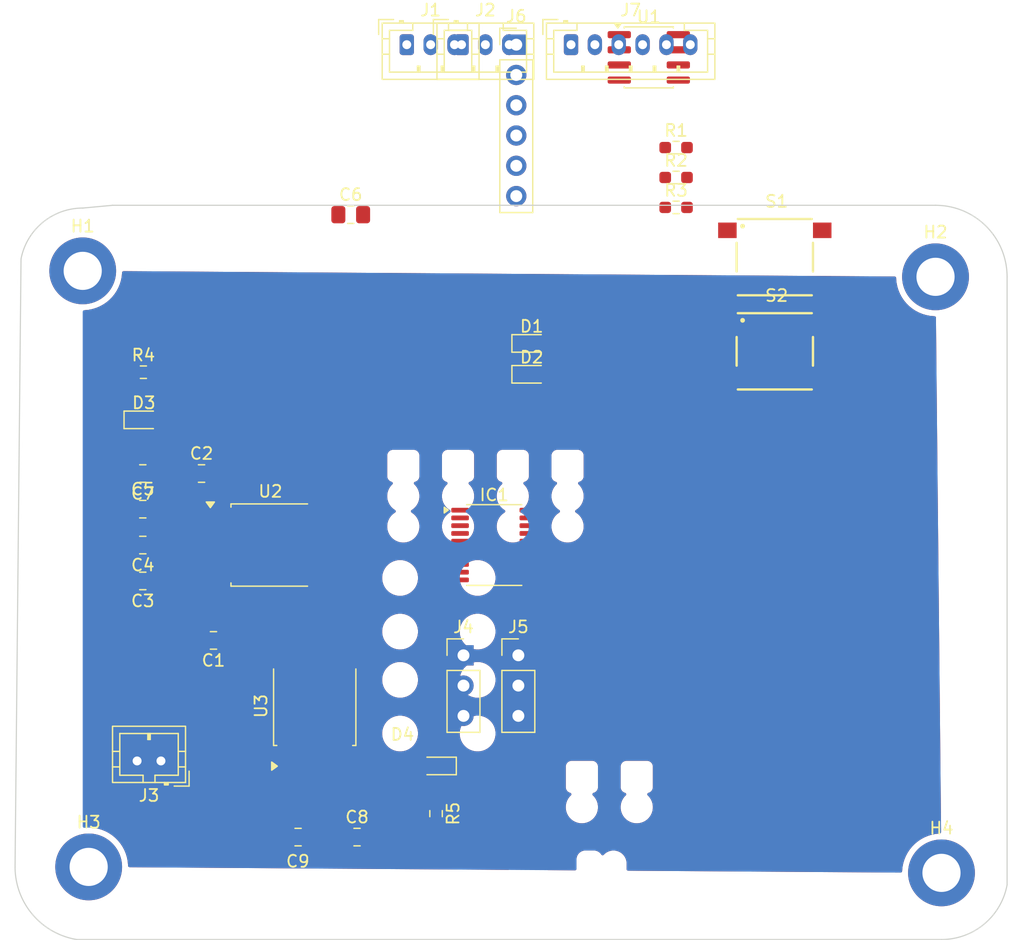
<source format=kicad_pcb>
(kicad_pcb (version 20241229) (generator "pcbnew") (generator_version "9.0")
  (layers (0 "F.Cu" signal) (2 "B.Cu" signal) (13 "F.Paste" user) (15 "B.Paste" user) (5 "F.SilkS" user "F.Silkscreen") (7 "B.SilkS" user "B.Silkscreen") (1 "F.Mask" user) (3 "B.Mask" user) (25 "Edge.Cuts" user))
  (net 0 "")
  (net 1 "ALIM_Trans")
  (net 2 "GND")
  (net 3 "VDD{slash}VDDA")
  (net 4 "NRST")
  (net 5 "Green_LED")
  (net 6 "Net-(D1-K)")
  (net 7 "LED_MOTEUR")
  (net 8 "Net-(D2-K)")
  (net 9 "Net-(D3-K)")
  (net 10 "Net-(D4-K)")
  (net 12 "TIM2_CH2")
  (net 13 "DEBUG_SWDIO")
  (net 16 "FDCAN1_RX")
  (net 19 "FDCAN1_TX")
  (net 20 "D_Botton")
  (net 21 "TIM2_CH1")
  (net 23 "DEBUG_SWCLK")
  (net 26 "CANH")
  (net 27 "CANL")
  (net 29 "Alim")
  (footprint "Resistor_SMD:R_0603_1608Metric_Pad0.98x0.95mm_HandSolder" (layer "F.Cu") (at 122.0875 73)
    (property "Reference" "R4" (at 0 -1.43 0) (layer "F.SilkS"))
    (property "Value" "330")
    (fp_line (start -0.254724 -0.5225) (end 0.254724 -0.5225) (stroke (width 0.12)) (layer "F.SilkS"))
    (fp_line (start -0.254724 0.5225) (end 0.254724 0.5225) (stroke (width 0.12)) (layer "F.SilkS"))
    (pad "1" smd roundrect (at -0.9125 0) (size 0.975 0.95) (layers "F.Cu" "F.Mask" "F.Paste") (net 9 "Net-(D3-K)"))
    (pad "2" smd roundrect (at 0.9125 0) (size 0.975 0.95) (layers "F.Cu" "F.Mask" "F.Paste") (net 2 "GND"))
  )
  (footprint "MountingHole:MountingHole_3.2mm_M3_DIN965_Pad" (layer "F.Cu") (at 117 64.5)
    (property "Reference" "H1" (at 0 -3.75 0) (layer "F.SilkS"))
    (property "Value" "MountingHole_Pad")
    (pad "1" thru_hole circle (at 0 0) (size 5.6 5.6) (drill 3.2) (layers "*.Cu" "*.Mask") (net 2 "GND"))
  )
  (footprint "Resistor_SMD:R_0603_1608Metric_Pad0.98x0.95mm_HandSolder" (layer "F.Cu") (at 166.75 54.1575)
    (property "Reference" "R1" (at 0 -1.43 0) (layer "F.SilkS"))
    (property "Value" "330")
    (fp_line (start -0.254724 -0.5225) (end 0.254724 -0.5225) (stroke (width 0.12)) (layer "F.SilkS"))
    (fp_line (start -0.254724 0.5225) (end 0.254724 0.5225) (stroke (width 0.12)) (layer "F.SilkS"))
    (pad "1" smd roundrect (at -0.9125 0) (size 0.975 0.95) (layers "F.Cu" "F.Mask" "F.Paste") (net 6 "Net-(D1-K)"))
    (pad "2" smd roundrect (at 0.9125 0) (size 0.975 0.95) (layers "F.Cu" "F.Mask" "F.Paste") (net 2 "GND"))
  )
  (footprint "Capacitor_SMD:C_0805_2012Metric_Pad1.18x1.45mm_HandSolder" (layer "F.Cu") (at 126.9625 81.5)
    (property "Reference" "C2" (at 0 -1.68 0) (layer "F.SilkS"))
    (property "Value" "10µF")
    (fp_line (start -0.261252 -0.735) (end 0.261252 -0.735) (stroke (width 0.12)) (layer "F.SilkS"))
    (fp_line (start -0.261252 0.735) (end 0.261252 0.735) (stroke (width 0.12)) (layer "F.SilkS"))
    (pad "1" smd roundrect (at -1.0375 0) (size 1.175 1.45) (layers "F.Cu" "F.Mask" "F.Paste") (roundrect_rratio 0.212766) (net 3 "VDD{slash}VDDA"))
    (pad "2" smd roundrect (at 1.0375 0) (size 1.175 1.45) (layers "F.Cu" "F.Mask" "F.Paste") (roundrect_rratio 0.212766) (net 2 "GND"))
  )
  (footprint "projo:430182043816" (layer "F.Cu") (at 175.025 71.25)
    (property "Reference" "S2" (at 0.153 -4.6759 0) (layer "F.SilkS"))
    (property "Value" "430182043816")
    (fp_line (start -3.2 -1.2) (end -3.2 1.2) (stroke (width 0.2)) (layer "F.SilkS"))
    (fp_line (start -3.1 -3.2) (end 3.1 -3.2) (stroke (width 0.2)) (layer "F.SilkS"))
    (fp_line (start 3.1 3.2) (end -3.1 3.2) (stroke (width 0.2)) (layer "F.SilkS"))
    (fp_line (start 3.2 1.2) (end 3.2 -1.2) (stroke (width 0.2)) (layer "F.SilkS"))
    (fp_circle (center -2.7 -2.6) (end -2.6 -2.6) (stroke (width 0.2)) (fill no) (layer "F.SilkS"))
    (pad "1" smd rect (at -3.975 -2.25) (size 1.55 1.3) (layers "F.Cu" "F.Mask" "F.Paste") (net 20 "D_Botton"))
    (pad "2" smd rect (at -3.975 2.25) (size 1.55 1.3) (layers "F.Cu" "F.Mask" "F.Paste"))
    (pad "3" smd rect (at 3.975 -2.25) (size 1.55 1.3) (layers "F.Cu" "F.Mask" "F.Paste"))
    (pad "4" smd rect (at 3.975 2.25) (size 1.55 1.3) (layers "F.Cu" "F.Mask" "F.Paste") (net 2 "GND"))
  )
  (footprint "Capacitor_SMD:C_0805_2012Metric_Pad1.18x1.45mm_HandSolder" (layer "F.Cu") (at 127.9625 95.5 180)
    (property "Reference" "C1" (at 0 -1.68 0) (layer "F.SilkS"))
    (property "Value" "10µF")
    (fp_line (start -0.261252 0.735) (end 0.261252 0.735) (stroke (width 0.12)) (layer "F.SilkS"))
    (fp_line (start -0.261252 -0.735) (end 0.261252 -0.735) (stroke (width 0.12)) (layer "F.SilkS"))
    (pad "1" smd roundrect (at -1.0375 0 180) (size 1.175 1.45) (layers "F.Cu" "F.Mask" "F.Paste") (roundrect_rratio 0.212766) (net 29 "Alim"))
    (pad "2" smd roundrect (at 1.0375 0 180) (size 1.175 1.45) (layers "F.Cu" "F.Mask" "F.Paste") (roundrect_rratio 0.212766) (net 2 "GND"))
  )
  (footprint "Resistor_SMD:R_0603_1608Metric_Pad0.98x0.95mm_HandSolder" (layer "F.Cu") (at 166.75 56.6675)
    (property "Reference" "R2" (at 0 -1.43 0) (layer "F.SilkS"))
    (property "Value" "100")
    (fp_line (start -0.254724 -0.5225) (end 0.254724 -0.5225) (stroke (width 0.12)) (layer "F.SilkS"))
    (fp_line (start -0.254724 0.5225) (end 0.254724 0.5225) (stroke (width 0.12)) (layer "F.SilkS"))
    (pad "1" smd roundrect (at -0.9125 0) (size 0.975 0.95) (layers "F.Cu" "F.Mask" "F.Paste") (net 8 "Net-(D2-K)"))
    (pad "2" smd roundrect (at 0.9125 0) (size 0.975 0.95) (layers "F.Cu" "F.Mask" "F.Paste") (net 2 "GND"))
  )
  (footprint "Connector_PinHeader_2.54mm:PinHeader_1x03_P2.54mm_Vertical" (layer "F.Cu") (at 153.525 96.75)
    (property "Reference" "J5" (at 0 -2.38 0) (layer "F.SilkS"))
    (property "Value" "Conn_Laser2")
    (fp_line (start -1.38 -1.38) (end 0 -1.38) (stroke (width 0.12)) (layer "F.SilkS"))
    (fp_line (start -1.38 0) (end -1.38 -1.38) (stroke (width 0.12)) (layer "F.SilkS"))
    (fp_line (start -1.38 1.27) (end -1.38 6.46) (stroke (width 0.12)) (layer "F.SilkS"))
    (fp_line (start -1.38 1.27) (end 1.38 1.27) (stroke (width 0.12)) (layer "F.SilkS"))
    (fp_line (start -1.38 6.46) (end 1.38 6.46) (stroke (width 0.12)) (layer "F.SilkS"))
    (fp_line (start 1.38 1.27) (end 1.38 6.46) (stroke (width 0.12)) (layer "F.SilkS"))
    (pad "1" thru_hole rect (at 0 0) (size 1.7 1.7) (drill 1) (layers "*.Cu" "*.Mask") (net 3 "VDD{slash}VDDA"))
    (pad "2" thru_hole circle (at 0 2.54) (size 1.7 1.7) (drill 1) (layers "*.Cu" "*.Mask") (net 12 "TIM2_CH2"))
    (pad "3" thru_hole circle (at 0 5.08) (size 1.7 1.7) (drill 1) (layers "*.Cu" "*.Mask") (net 2 "GND"))
  )
  (footprint "MountingHole:MountingHole_3.2mm_M3_DIN965_Pad" (layer "F.Cu") (at 117.5 114.5)
    (property "Reference" "H3" (at 0 -3.75 0) (layer "F.SilkS"))
    (property "Value" "MountingHole_Pad")
    (pad "1" thru_hole circle (at 0 0) (size 5.6 5.6) (drill 3.2) (layers "*.Cu" "*.Mask") (net 2 "GND"))
  )
  (footprint "Diode_SMD:D_0603_1608Metric_Pad1.05x0.95mm_HandSolder" (layer "F.Cu") (at 146.6625 106.03 180)
    (property "Reference" "D4" (at 2.855 2.6425 0) (layer "F.SilkS"))
    (property "Value" "LED_Trans")
    (fp_line (start 0.8 -0.735) (end -1.66 -0.735) (stroke (width 0.12)) (layer "F.SilkS"))
    (fp_line (start -1.66 0.735) (end 0.8 0.735) (stroke (width 0.12)) (layer "F.SilkS"))
    (fp_line (start -1.66 -0.735) (end -1.66 0.735) (stroke (width 0.12)) (layer "F.SilkS"))
    (pad "1" smd roundrect (at -0.875 0 180) (size 1.05 0.95) (layers "F.Cu" "F.Mask" "F.Paste") (net 10 "Net-(D4-K)"))
    (pad "2" smd roundrect (at 0.875 0 180) (size 1.05 0.95) (layers "F.Cu" "F.Mask" "F.Paste") (net 1 "ALIM_Trans"))
  )
  (footprint "Resistor_SMD:R_0603_1608Metric_Pad0.98x0.95mm_HandSolder" (layer "F.Cu") (at 166.75 59.1775)
    (property "Reference" "R3" (at 0 -1.43 0) (layer "F.SilkS"))
    (property "Value" "120")
    (fp_line (start -0.254724 -0.5225) (end 0.254724 -0.5225) (stroke (width 0.12)) (layer "F.SilkS"))
    (fp_line (start -0.254724 0.5225) (end 0.254724 0.5225) (stroke (width 0.12)) (layer "F.SilkS"))
    (pad "1" smd roundrect (at -0.9125 0) (size 0.975 0.95) (layers "F.Cu" "F.Mask" "F.Paste") (net 26 "CANH"))
    (pad "2" smd roundrect (at 0.9125 0) (size 0.975 0.95) (layers "F.Cu" "F.Mask" "F.Paste") (net 27 "CANL"))
  )
  (footprint "Capacitor_SMD:C_0805_2012Metric_Pad1.18x1.45mm_HandSolder" (layer "F.Cu") (at 122.0375 84.49)
    (property "Reference" "C5" (at 0 -1.68 0) (layer "F.SilkS"))
    (property "Value" "100nF")
    (fp_line (start -0.261252 -0.735) (end 0.261252 -0.735) (stroke (width 0.12)) (layer "F.SilkS"))
    (fp_line (start -0.261252 0.735) (end 0.261252 0.735) (stroke (width 0.12)) (layer "F.SilkS"))
    (pad "1" smd roundrect (at -1.0375 0) (size 1.175 1.45) (layers "F.Cu" "F.Mask" "F.Paste") (roundrect_rratio 0.212766) (net 2 "GND"))
    (pad "2" smd roundrect (at 1.0375 0) (size 1.175 1.45) (layers "F.Cu" "F.Mask" "F.Paste") (roundrect_rratio 0.212766) (net 3 "VDD{slash}VDDA"))
  )
  (footprint "Capacitor_SMD:C_0805_2012Metric_Pad1.18x1.45mm_HandSolder" (layer "F.Cu") (at 135.0575 112 180)
    (property "Reference" "C9" (at 0.02 -2.03 180) (layer "F.SilkS"))
    (property "Value" "10µF")
    (fp_line (start -0.261252 0.735) (end 0.261252 0.735) (stroke (width 0.12)) (layer "F.SilkS"))
    (fp_line (start -0.261252 -0.735) (end 0.261252 -0.735) (stroke (width 0.12)) (layer "F.SilkS"))
    (pad "1" smd roundrect (at -1.0375 0 180) (size 1.175 1.45) (layers "F.Cu" "F.Mask" "F.Paste") (roundrect_rratio 0.212766) (net 1 "ALIM_Trans"))
    (pad "2" smd roundrect (at 1.0375 0 180) (size 1.175 1.45) (layers "F.Cu" "F.Mask" "F.Paste") (roundrect_rratio 0.212766) (net 2 "GND"))
  )
  (footprint "Package_SO:SOIC-8_3.9x4.9mm_P1.27mm" (layer "F.Cu") (at 164.46 46.5925)
    (property "Reference" "U1" (at 0 -3.4 0) (layer "F.SilkS"))
    (property "Value" "MCP2562-E-SN")
    (fp_line (start -2.06 -2.56) (end 2.06 -2.56) (stroke (width 0.12)) (layer "F.SilkS"))
    (fp_line (start -2.06 -2.465) (end -2.06 -2.56) (stroke (width 0.12)) (layer "F.SilkS"))
    (fp_line (start -2.06 2.56) (end -2.06 2.465) (stroke (width 0.12)) (layer "F.SilkS"))
    (fp_line (start 2.06 -2.56) (end 2.06 -2.465) (stroke (width 0.12)) (layer "F.SilkS"))
    (fp_line (start 2.06 2.465) (end 2.06 2.56) (stroke (width 0.12)) (layer "F.SilkS"))
    (fp_line (start 2.06 2.56) (end -2.06 2.56) (stroke (width 0.12)) (layer "F.SilkS"))
    (fp_poly (pts (xy -2.6 -2.47) (xy -2.84 -2.8) (xy -2.36 -2.8)) (stroke (width 0.12)) (fill yes) (layer "F.SilkS"))
    (pad "1" smd roundrect (at -2.475 -1.905) (size 1.95 0.6) (layers "F.Cu" "F.Mask" "F.Paste") (net 19 "FDCAN1_TX"))
    (pad "2" smd roundrect (at -2.475 -0.635) (size 1.95 0.6) (layers "F.Cu" "F.Mask" "F.Paste") (net 2 "GND"))
    (pad "3" smd roundrect (at -2.475 0.635) (size 1.95 0.6) (layers "F.Cu" "F.Mask" "F.Paste") (net 1 "ALIM_Trans"))
    (pad "4" smd roundrect (at -2.475 1.905) (size 1.95 0.6) (layers "F.Cu" "F.Mask" "F.Paste") (net 16 "FDCAN1_RX"))
    (pad "5" smd roundrect (at 2.475 1.905) (size 1.95 0.6) (layers "F.Cu" "F.Mask" "F.Paste") (net 3 "VDD{slash}VDDA"))
    (pad "6" smd roundrect (at 2.475 0.635) (size 1.95 0.6) (layers "F.Cu" "F.Mask" "F.Paste") (net 27 "CANL"))
    (pad "7" smd roundrect (at 2.475 -0.635) (size 1.95 0.6) (layers "F.Cu" "F.Mask" "F.Paste") (net 26 "CANH"))
    (pad "8" smd roundrect (at 2.475 -1.905) (size 1.95 0.6) (layers "F.Cu" "F.Mask" "F.Paste") (net 2 "GND"))
  )
  (footprint "Diode_SMD:D_0603_1608Metric_Pad1.05x0.95mm_HandSolder" (layer "F.Cu") (at 154.645 70.5875)
    (property "Reference" "D1" (at 0 -1.43 0) (layer "F.SilkS"))
    (property "Value" "Green_LED")
    (fp_line (start -1.66 -0.735) (end -1.66 0.735) (stroke (width 0.12)) (layer "F.SilkS"))
    (fp_line (start -1.66 0.735) (end 0.8 0.735) (stroke (width 0.12)) (layer "F.SilkS"))
    (fp_line (start 0.8 -0.735) (end -1.66 -0.735) (stroke (width 0.12)) (layer "F.SilkS"))
    (pad "1" smd roundrect (at -0.875 0) (size 1.05 0.95) (layers "F.Cu" "F.Mask" "F.Paste") (net 6 "Net-(D1-K)"))
    (pad "2" smd roundrect (at 0.875 0) (size 1.05 0.95) (layers "F.Cu" "F.Mask" "F.Paste") (net 5 "Green_LED"))
  )
  (footprint "Resistor_SMD:R_0603_1608Metric_Pad0.98x0.95mm_HandSolder" (layer "F.Cu") (at 146.625 110.03 -90)
    (property "Reference" "R5" (at 0 -1.43 90) (layer "F.SilkS"))
    (property "Value" "330")
    (fp_line (start -0.254724 0.5225) (end 0.254724 0.5225) (stroke (width 0.12)) (layer "F.SilkS"))
    (fp_line (start -0.254724 -0.5225) (end 0.254724 -0.5225) (stroke (width 0.12)) (layer "F.SilkS"))
    (pad "1" smd roundrect (at -0.9125 0 270) (size 0.975 0.95) (layers "F.Cu" "F.Mask" "F.Paste") (net 10 "Net-(D4-K)"))
    (pad "2" smd roundrect (at 0.9125 0 270) (size 0.975 0.95) (layers "F.Cu" "F.Mask" "F.Paste") (net 2 "GND"))
  )
  (footprint "Diode_SMD:D_0603_1608Metric_Pad1.05x0.95mm_HandSolder" (layer "F.Cu") (at 122.125 77)
    (property "Reference" "D3" (at 0 -1.43 0) (layer "F.SilkS"))
    (property "Value" "LED_Alim")
    (fp_line (start -1.66 -0.735) (end -1.66 0.735) (stroke (width 0.12)) (layer "F.SilkS"))
    (fp_line (start -1.66 0.735) (end 0.8 0.735) (stroke (width 0.12)) (layer "F.SilkS"))
    (fp_line (start 0.8 -0.735) (end -1.66 -0.735) (stroke (width 0.12)) (layer "F.SilkS"))
    (pad "1" smd roundrect (at -0.875 0) (size 1.05 0.95) (layers "F.Cu" "F.Mask" "F.Paste") (net 9 "Net-(D3-K)"))
    (pad "2" smd roundrect (at 0.875 0) (size 1.05 0.95) (layers "F.Cu" "F.Mask" "F.Paste") (net 3 "VDD{slash}VDDA"))
  )
  (footprint "Connector_JST:JST_PH_B3B-PH-K_1x03_P2.00mm_Vertical" (layer "F.Cu") (at 144.17 45.5275)
    (property "Reference" "J1" (at 2 -2.9 0) (layer "F.SilkS"))
    (property "Value" "Conn_01x03_Pin")
    (fp_line (start -2.36 -2.11) (end -2.36 -0.86) (stroke (width 0.12)) (layer "F.SilkS"))
    (fp_line (start -2.06 -0.5) (end -1.45 -0.5) (stroke (width 0.12)) (layer "F.SilkS"))
    (fp_line (start -2.06 0.8) (end -1.45 0.8) (stroke (width 0.12)) (layer "F.SilkS"))
    (fp_line (start -1.45 -1.2) (end -1.45 2.3) (stroke (width 0.12)) (layer "F.SilkS"))
    (fp_line (start -1.45 2.3) (end 5.45 2.3) (stroke (width 0.12)) (layer "F.SilkS"))
    (fp_line (start -1.11 -2.11) (end -2.36 -2.11) (stroke (width 0.12)) (layer "F.SilkS"))
    (fp_line (start -0.6 -2.01) (end -0.6 -1.81) (stroke (width 0.12)) (layer "F.SilkS"))
    (fp_line (start -0.3 -2.01) (end -0.6 -2.01) (stroke (width 0.12)) (layer "F.SilkS"))
    (fp_line (start -0.3 -1.91) (end -0.6 -1.91) (stroke (width 0.12)) (layer "F.SilkS"))
    (fp_line (start -0.3 -1.81) (end -0.3 -2.01) (stroke (width 0.12)) (layer "F.SilkS"))
    (fp_line (start 0.5 -1.81) (end 0.5 -1.2) (stroke (width 0.12)) (layer "F.SilkS"))
    (fp_line (start 0.5 -1.2) (end -1.45 -1.2) (stroke (width 0.12)) (layer "F.SilkS"))
    (fp_line (start 0.9 1.8) (end 1.1 1.8) (stroke (width 0.12)) (layer "F.SilkS"))
    (fp_line (start 0.9 2.3) (end 0.9 1.8) (stroke (width 0.12)) (layer "F.SilkS"))
    (fp_line (start 1 2.3) (end 1 1.8) (stroke (width 0.12)) (layer "F.SilkS"))
    (fp_line (start 1.1 1.8) (end 1.1 2.3) (stroke (width 0.12)) (layer "F.SilkS"))
    (fp_line (start 2.9 1.8) (end 3.1 1.8) (stroke (width 0.12)) (layer "F.SilkS"))
    (fp_line (start 2.9 2.3) (end 2.9 1.8) (stroke (width 0.12)) (layer "F.SilkS"))
    (fp_line (start 3 2.3) (end 3 1.8) (stroke (width 0.12)) (layer "F.SilkS"))
    (fp_line (start 3.1 1.8) (end 3.1 2.3) (stroke (width 0.12)) (layer "F.SilkS"))
    (fp_line (start 3.5 -1.2) (end 3.5 -1.81) (stroke (width 0.12)) (layer "F.SilkS"))
    (fp_line (start 5.45 -1.2) (end 3.5 -1.2) (stroke (width 0.12)) (layer "F.SilkS"))
    (fp_line (start 5.45 2.3) (end 5.45 -1.2) (stroke (width 0.12)) (layer "F.SilkS"))
    (fp_line (start 6.06 -0.5) (end 5.45 -0.5) (stroke (width 0.12)) (layer "F.SilkS"))
    (fp_line (start 6.06 0.8) (end 5.45 0.8) (stroke (width 0.12)) (layer "F.SilkS"))
    (fp_rect (start -2.06 -1.81) (end 6.06 2.91) (stroke (width 0.12)) (fill no) (layer "F.SilkS"))
    (pad "1" thru_hole roundrect (at 0 0) (size 1.2 1.75) (drill 0.75) (layers "*.Cu" "*.Mask") (roundrect_rratio 0.208333) (net 26 "CANH"))
    (pad "2" thru_hole oval (at 2 0) (size 1.2 1.75) (drill 0.75) (layers "*.Cu" "*.Mask") (net 2 "GND"))
    (pad "3" thru_hole oval (at 4 0) (size 1.2 1.75) (drill 0.75) (layers "*.Cu" "*.Mask") (net 27 "CANL"))
  )
  (footprint "Capacitor_SMD:C_0805_2012Metric_Pad1.18x1.45mm_HandSolder" (layer "F.Cu") (at 122.0375 81.5 180)
    (property "Reference" "C7" (at 0 -1.68 0) (layer "F.SilkS"))
    (property "Value" "100nF")
    (fp_line (start -0.261252 0.735) (end 0.261252 0.735) (stroke (width 0.12)) (layer "F.SilkS"))
    (fp_line (start -0.261252 -0.735) (end 0.261252 -0.735) (stroke (width 0.12)) (layer "F.SilkS"))
    (pad "1" smd roundrect (at -1.0375 0 180) (size 1.175 1.45) (layers "F.Cu" "F.Mask" "F.Paste") (roundrect_rratio 0.212766) (net 3 "VDD{slash}VDDA"))
    (pad "2" smd roundrect (at 1.0375 0 180) (size 1.175 1.45) (layers "F.Cu" "F.Mask" "F.Paste") (roundrect_rratio 0.212766) (net 2 "GND"))
  )
  (footprint "projo:430182043816" (layer "F.Cu") (at 175.025 63.35)
    (property "Reference" "S1" (at 0.153 -4.6759 0) (layer "F.SilkS"))
    (property "Value" "430182043816")
    (fp_line (start -3.2 -1.2) (end -3.2 1.2) (stroke (width 0.2)) (layer "F.SilkS"))
    (fp_line (start -3.1 -3.2) (end 3.1 -3.2) (stroke (width 0.2)) (layer "F.SilkS"))
    (fp_line (start 3.1 3.2) (end -3.1 3.2) (stroke (width 0.2)) (layer "F.SilkS"))
    (fp_line (start 3.2 1.2) (end 3.2 -1.2) (stroke (width 0.2)) (layer "F.SilkS"))
    (fp_circle (center -2.7 -2.6) (end -2.6 -2.6) (stroke (width 0.2)) (fill no) (layer "F.SilkS"))
    (pad "1" smd rect (at -3.975 -2.25) (size 1.55 1.3) (layers "F.Cu" "F.Mask" "F.Paste") (net 4 "NRST"))
    (pad "2" smd rect (at -3.975 2.25) (size 1.55 1.3) (layers "F.Cu" "F.Mask" "F.Paste"))
    (pad "3" smd rect (at 3.975 -2.25) (size 1.55 1.3) (layers "F.Cu" "F.Mask" "F.Paste"))
    (pad "4" smd rect (at 3.975 2.25) (size 1.55 1.3) (layers "F.Cu" "F.Mask" "F.Paste") (net 2 "GND"))
  )
  (footprint "Connector_PinHeader_2.54mm:PinHeader_1x06_P2.54mm_Vertical" (layer "F.Cu") (at 153.35 45.5275)
    (property "Reference" "J6" (at 0 -2.38 0) (layer "F.SilkS"))
    (property "Value" "Conn_01x06_Pin")
    (fp_line (start -1.38 -1.38) (end 0 -1.38) (stroke (width 0.12)) (layer "F.SilkS"))
    (fp_line (start -1.38 0) (end -1.38 -1.38) (stroke (width 0.12)) (layer "F.SilkS"))
    (fp_line (start -1.38 1.27) (end -1.38 14.08) (stroke (width 0.12)) (layer "F.SilkS"))
    (fp_line (start -1.38 1.27) (end 1.38 1.27) (stroke (width 0.12)) (layer "F.SilkS"))
    (fp_line (start -1.38 14.08) (end 1.38 14.08) (stroke (width 0.12)) (layer "F.SilkS"))
    (fp_line (start 1.38 1.27) (end 1.38 14.08) (stroke (width 0.12)) (layer "F.SilkS"))
    (pad "1" thru_hole rect (at 0 0) (size 1.7 1.7) (drill 1) (layers "*.Cu" "*.Mask") (net 3 "VDD{slash}VDDA"))
    (pad "2" thru_hole circle (at 0 2.54) (size 1.7 1.7) (drill 1) (layers "*.Cu" "*.Mask") (net 23 "DEBUG_SWCLK"))
    (pad "3" thru_hole circle (at 0 5.08) (size 1.7 1.7) (drill 1) (layers "*.Cu" "*.Mask") (net 2 "GND"))
    (pad "4" thru_hole circle (at 0 7.62) (size 1.7 1.7) (drill 1) (layers "*.Cu" "*.Mask") (net 13 "DEBUG_SWDIO"))
    (pad "5" thru_hole circle (at 0 10.16) (size 1.7 1.7) (drill 1) (layers "*.Cu" "*.Mask") (net 4 "NRST"))
    (pad "6" thru_hole circle (at 0 12.7) (size 1.7 1.7) (drill 1) (layers "*.Cu" "*.Mask"))
  )
  (footprint "Package_TO_SOT_SMD:TO-252-3_TabPin2" (layer "F.Cu") (at 132.74 87.5)
    (property "Reference" "U2" (at 0 -4.5 0) (layer "F.SilkS"))
    (property "Value" "LM1117DT-3.3")
    (fp_line (start -3.31 -3.45) (end -3.31 -3.18) (stroke (width 0.12)) (layer "F.SilkS"))
    (fp_line (start -3.31 3.45) (end -3.31 3.18) (stroke (width 0.12)) (layer "F.SilkS"))
    (fp_line (start 3.11 -3.45) (end -3.31 -3.45) (stroke (width 0.12)) (layer "F.SilkS"))
    (fp_line (start 3.11 3.45) (end -3.31 3.45) (stroke (width 0.12)) (layer "F.SilkS"))
    (fp_poly (pts (xy -5.04 -3.14) (xy -5.38 -3.61) (xy -4.7 -3.61)) (stroke (width 0.12)) (fill yes) (layer "F.SilkS"))
    (pad "1" smd roundrect (at -5.04 -2.28) (size 2.2 1.2) (layers "F.Cu" "F.Mask" "F.Paste") (roundrect_rratio 0.208333) (net 2 "GND"))
    (pad "2" smd roundrect (at -5.04 0) (size 2.2 1.2) (layers "F.Cu" "F.Mask" "F.Paste") (roundrect_rratio 0.208333) (net 3 "VDD{slash}VDDA"))
    (pad "2" smd roundrect (at 1.26 0) (size 6.4 5.8) (layers "F.Cu" "F.Mask") (roundrect_rratio 0.043103) (net 3 "VDD{slash}VDDA"))
    (pad "3" smd roundrect (at -5.04 2.28) (size 2.2 1.2) (layers "F.Cu" "F.Mask" "F.Paste") (roundrect_rratio 0.208333) (net 29 "Alim"))
  )
  (footprint "Package_SO:TSSOP-20_4.4x6.5mm_P0.65mm" (layer "F.Cu") (at 151.5 87.5)
    (property "Reference" "IC1" (at 0 -4.2 0) (layer "F.SilkS"))
    (property "Value" "STM32C092FCP6")
    (fp_line (start -2.31 -3.385) (end 2.31 -3.385) (stroke (width 0.12)) (layer "F.SilkS"))
    (fp_line (start 2.31 3.385) (end -2.31 3.385) (stroke (width 0.12)) (layer "F.SilkS"))
    (fp_poly (pts (xy -3.86 -2.93) (xy -4.19 -2.69) (xy -4.19 -3.17)) (stroke (width 0.12)) (fill yes) (layer "F.SilkS"))
    (pad "1" smd roundrect (at -2.8625 -2.925) (size 1.475 0.4) (layers "F.Cu" "F.Mask" "F.Paste"))
    (pad "2" smd roundrect (at -2.8625 -2.275) (size 1.475 0.4) (layers "F.Cu" "F.Mask" "F.Paste"))
    (pad "3" smd roundrect (at -2.8625 -1.625) (size 1.475 0.4) (layers "F.Cu" "F.Mask" "F.Paste"))
    (pad "4" smd roundrect (at -2.8625 -0.975) (size 1.475 0.4) (layers "F.Cu" "F.Mask" "F.Paste") (net 3 "VDD{slash}VDDA"))
    (pad "5" smd roundrect (at -2.8625 -0.325) (size 1.475 0.4) (layers "F.Cu" "F.Mask" "F.Paste") (net 2 "GND"))
    (pad "6" smd roundrect (at -2.8625 0.325) (size 1.475 0.4) (layers "F.Cu" "F.Mask" "F.Paste") (net 4 "NRST"))
    (pad "7" smd roundrect (at -2.8625 0.975) (size 1.475 0.4) (layers "F.Cu" "F.Mask" "F.Paste") (net 21 "TIM2_CH1"))
    (pad "8" smd roundrect (at -2.8625 1.625) (size 1.475 0.4) (layers "F.Cu" "F.Mask" "F.Paste") (net 12 "TIM2_CH2"))
    (pad "9" smd roundrect (at -2.8625 2.275) (size 1.475 0.4) (layers "F.Cu" "F.Mask" "F.Paste"))
    (pad "10" smd roundrect (at -2.8625 2.925) (size 1.475 0.4) (layers "F.Cu" "F.Mask" "F.Paste"))
    (pad "11" smd roundrect (at 2.8625 2.925) (size 1.475 0.4) (layers "F.Cu" "F.Mask" "F.Paste") (net 20 "D_Botton"))
    (pad "12" smd roundrect (at 2.8625 2.275) (size 1.475 0.4) (layers "F.Cu" "F.Mask" "F.Paste") (net 7 "LED_MOTEUR"))
    (pad "13" smd roundrect (at 2.8625 1.625) (size 1.475 0.4) (layers "F.Cu" "F.Mask" "F.Paste"))
    (pad "14" smd roundrect (at 2.8625 0.975) (size 1.475 0.4) (layers "F.Cu" "F.Mask" "F.Paste"))
    (pad "15" smd roundrect (at 2.8625 0.325) (size 1.475 0.4) (layers "F.Cu" "F.Mask" "F.Paste") (net 16 "FDCAN1_RX"))
    (pad "16" smd roundrect (at 2.8625 -0.325) (size 1.475 0.4) (layers "F.Cu" "F.Mask" "F.Paste") (net 5 "Green_LED"))
    (pad "17" smd roundrect (at 2.8625 -0.975) (size 1.475 0.4) (layers "F.Cu" "F.Mask" "F.Paste"))
    (pad "18" smd roundrect (at 2.8625 -1.625) (size 1.475 0.4) (layers "F.Cu" "F.Mask" "F.Paste") (net 13 "DEBUG_SWDIO"))
    (pad "19" smd roundrect (at 2.8625 -2.275) (size 1.475 0.4) (layers "F.Cu" "F.Mask" "F.Paste") (net 23 "DEBUG_SWCLK"))
    (pad "20" smd roundrect (at 2.8625 -2.925) (size 1.475 0.4) (layers "F.Cu" "F.Mask" "F.Paste") (net 19 "FDCAN1_TX"))
  )
  (footprint "Connector_PinHeader_2.54mm:PinHeader_1x03_P2.54mm_Vertical" (layer "F.Cu") (at 148.925 96.75)
    (property "Reference" "J4" (at 0 -2.38 0) (layer "F.SilkS"))
    (property "Value" "Conn_Laser1")
    (fp_line (start -1.38 -1.38) (end 0 -1.38) (stroke (width 0.12)) (layer "F.SilkS"))
    (fp_line (start -1.38 0) (end -1.38 -1.38) (stroke (width 0.12)) (layer "F.SilkS"))
    (fp_line (start -1.38 1.27) (end -1.38 6.46) (stroke (width 0.12)) (layer "F.SilkS"))
    (fp_line (start -1.38 1.27) (end 1.38 1.27) (stroke (width 0.12)) (layer "F.SilkS"))
    (fp_line (start -1.38 6.46) (end 1.38 6.46) (stroke (width 0.12)) (layer "F.SilkS"))
    (fp_line (start 1.38 1.27) (end 1.38 6.46) (stroke (width 0.12)) (layer "F.SilkS"))
    (pad "1" thru_hole rect (at 0 0) (size 1.7 1.7) (drill 1) (layers "*.Cu" "*.Mask") (net 3 "VDD{slash}VDDA"))
    (pad "2" thru_hole circle (at 0 2.54) (size 1.7 1.7) (drill 1) (layers "*.Cu" "*.Mask") (net 21 "TIM2_CH1"))
    (pad "3" thru_hole circle (at 0 5.08) (size 1.7 1.7) (drill 1) (layers "*.Cu" "*.Mask") (net 2 "GND"))
  )
  (footprint "Capacitor_SMD:C_0805_2012Metric_Pad1.18x1.45mm_HandSolder" (layer "F.Cu") (at 139.47 59.7875)
    (property "Reference" "C6" (at 0 -1.68 0) (layer "F.SilkS"))
    (property "Value" "100nF")
    (fp_line (start -0.261252 -0.735) (end 0.261252 -0.735) (stroke (width 0.12)) (layer "F.SilkS"))
    (fp_line (start -0.261252 0.735) (end 0.261252 0.735) (stroke (width 0.12)) (layer "F.SilkS"))
    (pad "1" smd roundrect (at -1.0375 0) (size 1.175 1.45) (layers "F.Cu" "F.Mask" "F.Paste") (roundrect_rratio 0.212766) (net 2 "GND"))
    (pad "2" smd roundrect (at 1.0375 0) (size 1.175 1.45) (layers "F.Cu" "F.Mask" "F.Paste") (roundrect_rratio 0.212766) (net 4 "NRST"))
  )
  (footprint "Connector_JST:JST_PH_B2B-PH-K_1x02_P2.00mm_Vertical" (layer "F.Cu") (at 123.56 105.61 180)
    (property "Reference" "J3" (at 1 -2.9 0) (layer "F.SilkS"))
    (property "Value" "Conn_Alim")
    (fp_line (start 4.06 0.8) (end 3.45 0.8) (stroke (width 0.12)) (layer "F.SilkS"))
    (fp_line (start 4.06 -0.5) (end 3.45 -0.5) (stroke (width 0.12)) (layer "F.SilkS"))
    (fp_line (start 3.45 2.3) (end 3.45 -1.2) (stroke (width 0.12)) (layer "F.SilkS"))
    (fp_line (start 3.45 -1.2) (end 1.5 -1.2) (stroke (width 0.12)) (layer "F.SilkS"))
    (fp_line (start 1.5 -1.2) (end 1.5 -1.81) (stroke (width 0.12)) (layer "F.SilkS"))
    (fp_line (start 1.1 1.8) (end 1.1 2.3) (stroke (width 0.12)) (layer "F.SilkS"))
    (fp_line (start 1 2.3) (end 1 1.8) (stroke (width 0.12)) (layer "F.SilkS"))
    (fp_line (start 0.9 2.3) (end 0.9 1.8) (stroke (width 0.12)) (layer "F.SilkS"))
    (fp_line (start 0.9 1.8) (end 1.1 1.8) (stroke (width 0.12)) (layer "F.SilkS"))
    (fp_line (start 0.5 -1.2) (end -1.45 -1.2) (stroke (width 0.12)) (layer "F.SilkS"))
    (fp_line (start 0.5 -1.81) (end 0.5 -1.2) (stroke (width 0.12)) (layer "F.SilkS"))
    (fp_line (start -0.3 -1.81) (end -0.3 -2.01) (stroke (width 0.12)) (layer "F.SilkS"))
    (fp_line (start -0.3 -1.91) (end -0.6 -1.91) (stroke (width 0.12)) (layer "F.SilkS"))
    (fp_line (start -0.3 -2.01) (end -0.6 -2.01) (stroke (width 0.12)) (layer "F.SilkS"))
    (fp_line (start -0.6 -2.01) (end -0.6 -1.81) (stroke (width 0.12)) (layer "F.SilkS"))
    (fp_line (start -1.11 -2.11) (end -2.36 -2.11) (stroke (width 0.12)) (layer "F.SilkS"))
    (fp_line (start -1.45 2.3) (end 3.45 2.3) (stroke (width 0.12)) (layer "F.SilkS"))
    (fp_line (start -1.45 -1.2) (end -1.45 2.3) (stroke (width 0.12)) (layer "F.SilkS"))
    (fp_line (start -2.06 0.8) (end -1.45 0.8) (stroke (width 0.12)) (layer "F.SilkS"))
    (fp_line (start -2.06 -0.5) (end -1.45 -0.5) (stroke (width 0.12)) (layer "F.SilkS"))
    (fp_line (start -2.36 -2.11) (end -2.36 -0.86) (stroke (width 0.12)) (layer "F.SilkS"))
    (fp_rect (start -2.06 -1.81) (end 4.06 2.91) (stroke (width 0.12)) (fill no) (layer "F.SilkS"))
    (pad "1" thru_hole roundrect (at 0 0 180) (size 1.2 1.75) (drill 0.75) (layers "*.Cu" "*.Mask") (roundrect_rratio 0.208333) (net 29 "Alim"))
    (pad "2" thru_hole oval (at 2 0 180) (size 1.2 1.75) (drill 0.75) (layers "*.Cu" "*.Mask") (net 2 "GND"))
  )
  (footprint "Capacitor_SMD:C_0805_2012Metric_Pad1.18x1.45mm_HandSolder" (layer "F.Cu") (at 122.0375 87.5 180)
    (property "Reference" "C4" (at 0 -1.68 0) (layer "F.SilkS"))
    (property "Value" "100nF")
    (fp_line (start -0.261252 0.735) (end 0.261252 0.735) (stroke (width 0.12)) (layer "F.SilkS"))
    (fp_line (start -0.261252 -0.735) (end 0.261252 -0.735) (stroke (width 0.12)) (layer "F.SilkS"))
    (pad "1" smd roundrect (at -1.0375 0 180) (size 1.175 1.45) (layers "F.Cu" "F.Mask" "F.Paste") (roundrect_rratio 0.212766) (net 3 "VDD{slash}VDDA"))
    (pad "2" smd roundrect (at 1.0375 0 180) (size 1.175 1.45) (layers "F.Cu" "F.Mask" "F.Paste") (roundrect_rratio 0.212766) (net 2 "GND"))
  )
  (footprint "Diode_SMD:D_0603_1608Metric_Pad1.05x0.95mm_HandSolder" (layer "F.Cu") (at 154.645 73.1775)
    (property "Reference" "D2" (at 0 -1.43 0) (layer "F.SilkS"))
    (property "Value" "Blue_LED")
    (fp_line (start -1.66 -0.735) (end -1.66 0.735) (stroke (width 0.12)) (layer "F.SilkS"))
    (fp_line (start -1.66 0.735) (end 0.8 0.735) (stroke (width 0.12)) (layer "F.SilkS"))
    (fp_line (start 0.8 -0.735) (end -1.66 -0.735) (stroke (width 0.12)) (layer "F.SilkS"))
    (pad "1" smd roundrect (at -0.875 0) (size 1.05 0.95) (layers "F.Cu" "F.Mask" "F.Paste") (net 8 "Net-(D2-K)"))
    (pad "2" smd roundrect (at 0.875 0) (size 1.05 0.95) (layers "F.Cu" "F.Mask" "F.Paste") (net 7 "LED_MOTEUR"))
  )
  (footprint "Connector_JST:JST_PH_B3B-PH-K_1x03_P2.00mm_Vertical" (layer "F.Cu") (at 148.76 45.5275)
    (property "Reference" "J2" (at 2 -2.9 0) (layer "F.SilkS"))
    (property "Value" "Conn_01x03_Pin")
    (fp_line (start -2.36 -2.11) (end -2.36 -0.86) (stroke (width 0.12)) (layer "F.SilkS"))
    (fp_line (start -2.06 -0.5) (end -1.45 -0.5) (stroke (width 0.12)) (layer "F.SilkS"))
    (fp_line (start -2.06 0.8) (end -1.45 0.8) (stroke (width 0.12)) (layer "F.SilkS"))
    (fp_line (start -1.45 -1.2) (end -1.45 2.3) (stroke (width 0.12)) (layer "F.SilkS"))
    (fp_line (start -1.45 2.3) (end 5.45 2.3) (stroke (width 0.12)) (layer "F.SilkS"))
    (fp_line (start -1.11 -2.11) (end -2.36 -2.11) (stroke (width 0.12)) (layer "F.SilkS"))
    (fp_line (start -0.6 -2.01) (end -0.6 -1.81) (stroke (width 0.12)) (layer "F.SilkS"))
    (fp_line (start -0.3 -2.01) (end -0.6 -2.01) (stroke (width 0.12)) (layer "F.SilkS"))
    (fp_line (start -0.3 -1.91) (end -0.6 -1.91) (stroke (width 0.12)) (layer "F.SilkS"))
    (fp_line (start -0.3 -1.81) (end -0.3 -2.01) (stroke (width 0.12)) (layer "F.SilkS"))
    (fp_line (start 0.5 -1.81) (end 0.5 -1.2) (stroke (width 0.12)) (layer "F.SilkS"))
    (fp_line (start 0.5 -1.2) (end -1.45 -1.2) (stroke (width 0.12)) (layer "F.SilkS"))
    (fp_line (start 0.9 1.8) (end 1.1 1.8) (stroke (width 0.12)) (layer "F.SilkS"))
    (fp_line (start 0.9 2.3) (end 0.9 1.8) (stroke (width 0.12)) (layer "F.SilkS"))
    (fp_line (start 1 2.3) (end 1 1.8) (stroke (width 0.12)) (layer "F.SilkS"))
    (fp_line (start 1.1 1.8) (end 1.1 2.3) (stroke (width 0.12)) (layer "F.SilkS"))
    (fp_line (start 2.9 1.8) (end 3.1 1.8) (stroke (width 0.12)) (layer "F.SilkS"))
    (fp_line (start 2.9 2.3) (end 2.9 1.8) (stroke (width 0.12)) (layer "F.SilkS"))
    (fp_line (start 3 2.3) (end 3 1.8) (stroke (width 0.12)) (layer "F.SilkS"))
    (fp_line (start 3.1 1.8) (end 3.1 2.3) (stroke (width 0.12)) (layer "F.SilkS"))
    (fp_line (start 3.5 -1.2) (end 3.5 -1.81) (stroke (width 0.12)) (layer "F.SilkS"))
    (fp_line (start 5.45 -1.2) (end 3.5 -1.2) (stroke (width 0.12)) (layer "F.SilkS"))
    (fp_line (start 5.45 2.3) (end 5.45 -1.2) (stroke (width 0.12)) (layer "F.SilkS"))
    (fp_line (start 6.06 -0.5) (end 5.45 -0.5) (stroke (width 0.12)) (layer "F.SilkS"))
    (fp_line (start 6.06 0.8) (end 5.45 0.8) (stroke (width 0.12)) (layer "F.SilkS"))
    (fp_rect (start -2.06 -1.81) (end 6.06 2.91) (stroke (width 0.12)) (fill no) (layer "F.SilkS"))
    (pad "1" thru_hole roundrect (at 0 0) (size 1.2 1.75) (drill 0.75) (layers "*.Cu" "*.Mask") (roundrect_rratio 0.208333) (net 26 "CANH"))
    (pad "2" thru_hole oval (at 2 0) (size 1.2 1.75) (drill 0.75) (layers "*.Cu" "*.Mask") (net 2 "GND"))
    (pad "3" thru_hole oval (at 4 0) (size 1.2 1.75) (drill 0.75) (layers "*.Cu" "*.Mask") (net 27 "CANL"))
  )
  (footprint "Capacitor_SMD:C_0805_2012Metric_Pad1.18x1.45mm_HandSolder" (layer "F.Cu") (at 140 112)
    (property "Reference" "C8" (at 0 -1.68 0) (layer "F.SilkS"))
    (property "Value" "10µF")
    (fp_line (start -0.261252 -0.735) (end 0.261252 -0.735) (stroke (width 0.12)) (layer "F.SilkS"))
    (fp_line (start -0.261252 0.735) (end 0.261252 0.735) (stroke (width 0.12)) (layer "F.SilkS"))
    (pad "1" smd roundrect (at -1.0375 0) (size 1.175 1.45) (layers "F.Cu" "F.Mask" "F.Paste") (roundrect_rratio 0.212766) (net 29 "Alim"))
    (pad "2" smd roundrect (at 1.0375 0) (size 1.175 1.45) (layers "F.Cu" "F.Mask" "F.Paste") (roundrect_rratio 0.212766) (net 2 "GND"))
  )
  (footprint "Connector_JST:JST_PH_B6B-PH-K_1x06_P2.00mm_Vertical" (layer "F.Cu") (at 157.94 45.5275)
    (property "Reference" "J7" (at 5 -2.9 0) (layer "F.SilkS"))
    (property "Value" "Conn_01x06_Pin")
    (fp_line (start -2.36 -2.11) (end -2.36 -0.86) (stroke (width 0.12)) (layer "F.SilkS"))
    (fp_line (start -2.06 -0.5) (end -1.45 -0.5) (stroke (width 0.12)) (layer "F.SilkS"))
    (fp_line (start -2.06 0.8) (end -1.45 0.8) (stroke (width 0.12)) (layer "F.SilkS"))
    (fp_line (start -1.45 -1.2) (end -1.45 2.3) (stroke (width 0.12)) (layer "F.SilkS"))
    (fp_line (start -1.45 2.3) (end 11.45 2.3) (stroke (width 0.12)) (layer "F.SilkS"))
    (fp_line (start -1.11 -2.11) (end -2.36 -2.11) (stroke (width 0.12)) (layer "F.SilkS"))
    (fp_line (start -0.6 -2.01) (end -0.6 -1.81) (stroke (width 0.12)) (layer "F.SilkS"))
    (fp_line (start -0.3 -2.01) (end -0.6 -2.01) (stroke (width 0.12)) (layer "F.SilkS"))
    (fp_line (start -0.3 -1.91) (end -0.6 -1.91) (stroke (width 0.12)) (layer "F.SilkS"))
    (fp_line (start -0.3 -1.81) (end -0.3 -2.01) (stroke (width 0.12)) (layer "F.SilkS"))
    (fp_line (start 0.5 -1.81) (end 0.5 -1.2) (stroke (width 0.12)) (layer "F.SilkS"))
    (fp_line (start 0.5 -1.2) (end -1.45 -1.2) (stroke (width 0.12)) (layer "F.SilkS"))
    (fp_line (start 0.9 1.8) (end 1.1 1.8) (stroke (width 0.12)) (layer "F.SilkS"))
    (fp_line (start 0.9 2.3) (end 0.9 1.8) (stroke (width 0.12)) (layer "F.SilkS"))
    (fp_line (start 1 2.3) (end 1 1.8) (stroke (width 0.12)) (layer "F.SilkS"))
    (fp_line (start 1.1 1.8) (end 1.1 2.3) (stroke (width 0.12)) (layer "F.SilkS"))
    (fp_line (start 2.9 1.8) (end 3.1 1.8) (stroke (width 0.12)) (layer "F.SilkS"))
    (fp_line (start 2.9 2.3) (end 2.9 1.8) (stroke (width 0.12)) (layer "F.SilkS"))
    (fp_line (start 3 2.3) (end 3 1.8) (stroke (width 0.12)) (layer "F.SilkS"))
    (fp_line (start 3.1 1.8) (end 3.1 2.3) (stroke (width 0.12)) (layer "F.SilkS"))
    (fp_line (start 4.9 1.8) (end 5.1 1.8) (stroke (width 0.12)) (layer "F.SilkS"))
    (fp_line (start 4.9 2.3) (end 4.9 1.8) (stroke (width 0.12)) (layer "F.SilkS"))
    (fp_line (start 5 2.3) (end 5 1.8) (stroke (width 0.12)) (layer "F.SilkS"))
    (fp_line (start 5.1 1.8) (end 5.1 2.3) (stroke (width 0.12)) (layer "F.SilkS"))
    (fp_line (start 6.9 1.8) (end 7.1 1.8) (stroke (width 0.12)) (layer "F.SilkS"))
    (fp_line (start 6.9 2.3) (end 6.9 1.8) (stroke (width 0.12)) (layer "F.SilkS"))
    (fp_line (start 7 2.3) (end 7 1.8) (stroke (width 0.12)) (layer "F.SilkS"))
    (fp_line (start 7.1 1.8) (end 7.1 2.3) (stroke (width 0.12)) (layer "F.SilkS"))
    (fp_line (start 8.9 1.8) (end 9.1 1.8) (stroke (width 0.12)) (layer "F.SilkS"))
    (fp_line (start 8.9 2.3) (end 8.9 1.8) (stroke (width 0.12)) (layer "F.SilkS"))
    (fp_line (start 9 2.3) (end 9 1.8) (stroke (width 0.12)) (layer "F.SilkS"))
    (fp_line (start 9.1 1.8) (end 9.1 2.3) (stroke (width 0.12)) (layer "F.SilkS"))
    (fp_line (start 9.5 -1.2) (end 9.5 -1.81) (stroke (width 0.12)) (layer "F.SilkS"))
    (fp_line (start 11.45 -1.2) (end 9.5 -1.2) (stroke (width 0.12)) (layer "F.SilkS"))
    (fp_line (start 11.45 2.3) (end 11.45 -1.2) (stroke (width 0.12)) (layer "F.SilkS"))
    (fp_line (start 12.06 -0.5) (end 11.45 -0.5) (stroke (width 0.12)) (layer "F.SilkS"))
    (fp_line (start 12.06 0.8) (end 11.45 0.8) (stroke (width 0.12)) (layer "F.SilkS"))
    (fp_rect (start -2.06 -1.81) (end 12.06 2.91) (stroke (width 0.12)) (fill no) (layer "F.SilkS"))
    (pad "1" thru_hole roundrect (at 0 0) (size 1.2 1.75) (drill 0.75) (layers "*.Cu" "*.Mask") (roundrect_rratio 0.208333))
    (pad "2" thru_hole oval (at 2 0) (size 1.2 1.75) (drill 0.75) (layers "*.Cu" "*.Mask") (net 2 "GND"))
    (pad "3" thru_hole oval (at 4 0) (size 1.2 1.75) (drill 0.75) (layers "*.Cu" "*.Mask") (net 21 "TIM2_CH1"))
    (pad "4" thru_hole oval (at 6 0) (size 1.2 1.75) (drill 0.75) (layers "*.Cu" "*.Mask") (net 12 "TIM2_CH2"))
    (pad "5" thru_hole oval (at 8 0) (size 1.2 1.75) (drill 0.75) (layers "*.Cu" "*.Mask") (net 3 "VDD{slash}VDDA"))
    (pad "6" thru_hole oval (at 10 0) (size 1.2 1.75) (drill 0.75) (layers "*.Cu" "*.Mask"))
  )
  (footprint "Capacitor_SMD:C_0805_2012Metric_Pad1.18x1.45mm_HandSolder" (layer "F.Cu") (at 122.0375 90.51 180)
    (property "Reference" "C3" (at 0 -1.68 0) (layer "F.SilkS"))
    (property "Value" "4.7µF")
    (fp_line (start -0.261252 0.735) (end 0.261252 0.735) (stroke (width 0.12)) (layer "F.SilkS"))
    (fp_line (start -0.261252 -0.735) (end 0.261252 -0.735) (stroke (width 0.12)) (layer "F.SilkS"))
    (pad "1" smd roundrect (at -1.0375 0 180) (size 1.175 1.45) (layers "F.Cu" "F.Mask" "F.Paste") (roundrect_rratio 0.212766) (net 3 "VDD{slash}VDDA"))
    (pad "2" smd roundrect (at 1.0375 0 180) (size 1.175 1.45) (layers "F.Cu" "F.Mask" "F.Paste") (roundrect_rratio 0.212766) (net 2 "GND"))
  )
  (footprint "Package_TO_SOT_SMD:TO-252-3_TabPin2" (layer "F.Cu") (at 136.4525 101.005 90)
    (property "Reference" "U3" (at 0 -4.5 90) (layer "F.SilkS"))
    (property "Value" "LM1117DT-5.0")
    (fp_line (start 3.11 -3.45) (end -3.31 -3.45) (stroke (width 0.12)) (layer "F.SilkS"))
    (fp_line (start -3.31 -3.45) (end -3.31 -3.18) (stroke (width 0.12)) (layer "F.SilkS"))
    (fp_line (start 3.11 3.45) (end -3.31 3.45) (stroke (width 0.12)) (layer "F.SilkS"))
    (fp_line (start -3.31 3.45) (end -3.31 3.18) (stroke (width 0.12)) (layer "F.SilkS"))
    (fp_poly (pts (xy -5.04 -3.14) (xy -5.38 -3.61) (xy -4.7 -3.61)) (stroke (width 0.12)) (fill yes) (layer "F.SilkS"))
    (pad "1" smd roundrect (at -5.04 -2.28 90) (size 2.2 1.2) (layers "F.Cu" "F.Mask" "F.Paste") (roundrect_rratio 0.208333) (net 2 "GND"))
    (pad "2" smd roundrect (at -5.04 0 90) (size 2.2 1.2) (layers "F.Cu" "F.Mask" "F.Paste") (roundrect_rratio 0.208333) (net 1 "ALIM_Trans"))
    (pad "2" smd roundrect (at 1.26 0 90) (size 6.4 5.8) (layers "F.Cu" "F.Mask") (roundrect_rratio 0.043103) (net 1 "ALIM_Trans"))
    (pad "3" smd roundrect (at -5.04 2.28 90) (size 2.2 1.2) (layers "F.Cu" "F.Mask" "F.Paste") (roundrect_rratio 0.208333) (net 29 "Alim"))
  )
  (footprint "MountingHole:MountingHole_3.2mm_M3_DIN965_Pad" (layer "F.Cu") (at 188.5 65)
    (property "Reference" "H2" (at 0 -3.75 0) (layer "F.SilkS"))
    (property "Value" "MountingHole_Pad")
    (pad "1" thru_hole circle (at 0 0) (size 5.6 5.6) (drill 3.2) (layers "*.Cu" "*.Mask") (net 2 "GND"))
  )
  (footprint "MountingHole:MountingHole_3.2mm_M3_DIN965_Pad" (layer "F.Cu") (at 189 115)
    (property "Reference" "H4" (at 0 -3.75 0) (layer "F.SilkS"))
    (property "Value" "MountingHole_Pad")
    (pad "1" thru_hole circle (at 0 0) (size 5.6 5.6) (drill 3.2) (layers "*.Cu" "*.Mask") (net 2 "GND"))
  )
  (gr_arc (start 194.5 116) (mid 192.581887 119.291863) (end 189 120.59017) (stroke (width 0.1)) (layer "Edge.Cuts"))
  (gr_line (start 119.5 59) (end 188.5 59) (stroke (width 0.1)) (layer "Edge.Cuts"))
  (gr_line (start 194.5 116) (end 194.5 65) (stroke (width 0.1)) (layer "Edge.Cuts"))
  (gr_line (start 111.328277 114.5) (end 111.828277 63.5) (stroke (width 0.1)) (layer "Edge.Cuts"))
  (gr_arc (start 111.828277 63.5) (mid 113.647448 60.437105) (end 117 59.232485) (stroke (width 0.1)) (layer "Edge.Cuts"))
  (gr_line (start 117 59.232485) (end 119.5 59) (stroke (width 0.1)) (layer "Edge.Cuts"))
  (gr_arc (start 188.5 59) (mid 192.742641 60.757359) (end 194.5 65) (stroke (width 0.1)) (layer "Edge.Cuts"))
  (gr_line (start 116.5 120.59017) (end 189 120.59017) (stroke (width 0.1)) (layer "Edge.Cuts"))
  (gr_arc (start 116.5 120.59017) (mid 112.795646 118.4949) (end 111.328277 114.5) (stroke (width 0.1)) (layer "Edge.Cuts"))
  (zone (net 0) (net_name "") (layer "F.Cu") (connect_pads (clearance 0.5)) (min_thickness 0.25) (fill yes (thermal_gap 0.5) (thermal_bridge_width 0.5) (island_removal_mode 1) (island_area_min 10))
    (polygon (pts (xy 117 64.5) (xy 188.5 65) (xy 189 115) (xy 117.5 114.5)))
  )
  (zone (net 0) (net_name "") (layer "B.Cu") (priority 1) (connect_pads (clearance 0.5)) (min_thickness 0.25) (fill yes (thermal_gap 0.5) (thermal_bridge_width 0.5) (island_removal_mode 1) (island_area_min 10))
    (polygon (pts (xy 117 64.5) (xy 188.5 65) (xy 189 115) (xy 117 114.5)))
  )
)
</source>
